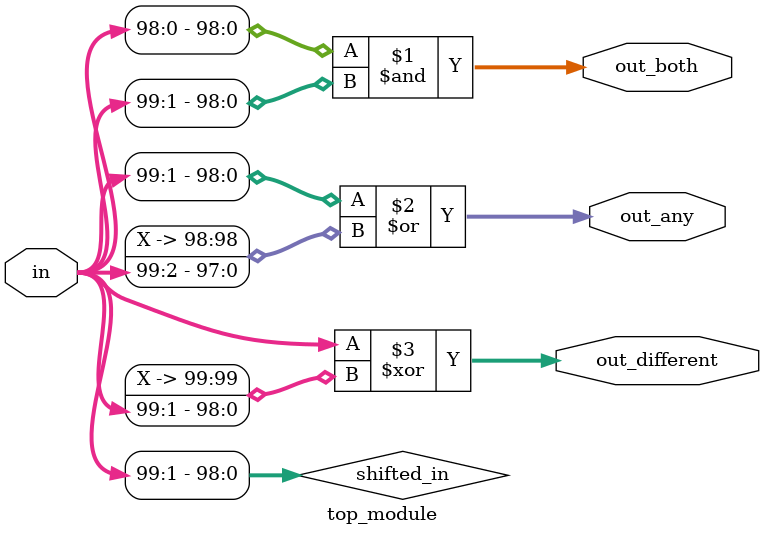
<source format=sv>
module top_module (
	input [99:0] in,
	output [98:0] out_both,
	output [99:1] out_any,
	output [99:0] out_different
);

  wire [98:0] shifted_in;  // Wire to store the left-shifted input vector
  
  // Perform left shift on the input vector to get the shifted_in vector
  assign shifted_in[98:0] = in[99:1];
  assign shifted_in[99] = in[0];
  
  // Logic for out_both
  assign out_both = in[98:0] & shifted_in[98:0];
  
  // Logic for out_any
  assign out_any = in[99:1] | shifted_in[99:1];
  
  // Logic for out_different
  assign out_different = in[99:0] ^ shifted_in[99:0];
  
endmodule

</source>
